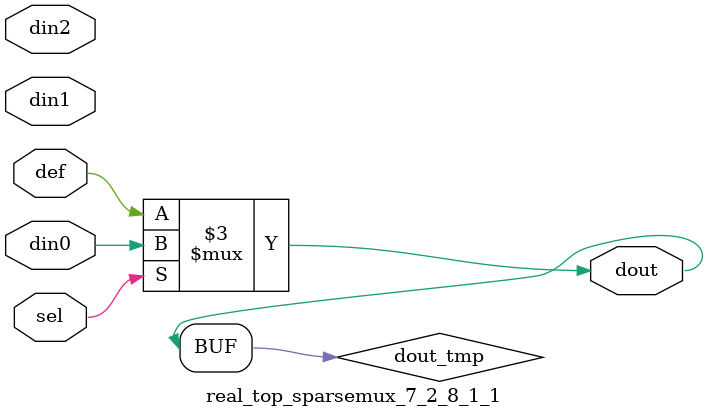
<source format=v>
`timescale 1ns / 1ps

module real_top_sparsemux_7_2_8_1_1 (din0,din1,din2,def,sel,dout);

parameter din0_WIDTH = 1;

parameter din1_WIDTH = 1;

parameter din2_WIDTH = 1;

parameter def_WIDTH = 1;
parameter sel_WIDTH = 1;
parameter dout_WIDTH = 1;

parameter [sel_WIDTH-1:0] CASE0 = 1;

parameter [sel_WIDTH-1:0] CASE1 = 1;

parameter [sel_WIDTH-1:0] CASE2 = 1;

parameter ID = 1;
parameter NUM_STAGE = 1;



input [din0_WIDTH-1:0] din0;

input [din1_WIDTH-1:0] din1;

input [din2_WIDTH-1:0] din2;

input [def_WIDTH-1:0] def;
input [sel_WIDTH-1:0] sel;

output [dout_WIDTH-1:0] dout;



reg [dout_WIDTH-1:0] dout_tmp;


always @ (*) begin
(* parallel_case *) case (sel)
    
    CASE0 : dout_tmp = din0;
    
    CASE1 : dout_tmp = din1;
    
    CASE2 : dout_tmp = din2;
    
    default : dout_tmp = def;
endcase
end


assign dout = dout_tmp;



endmodule

</source>
